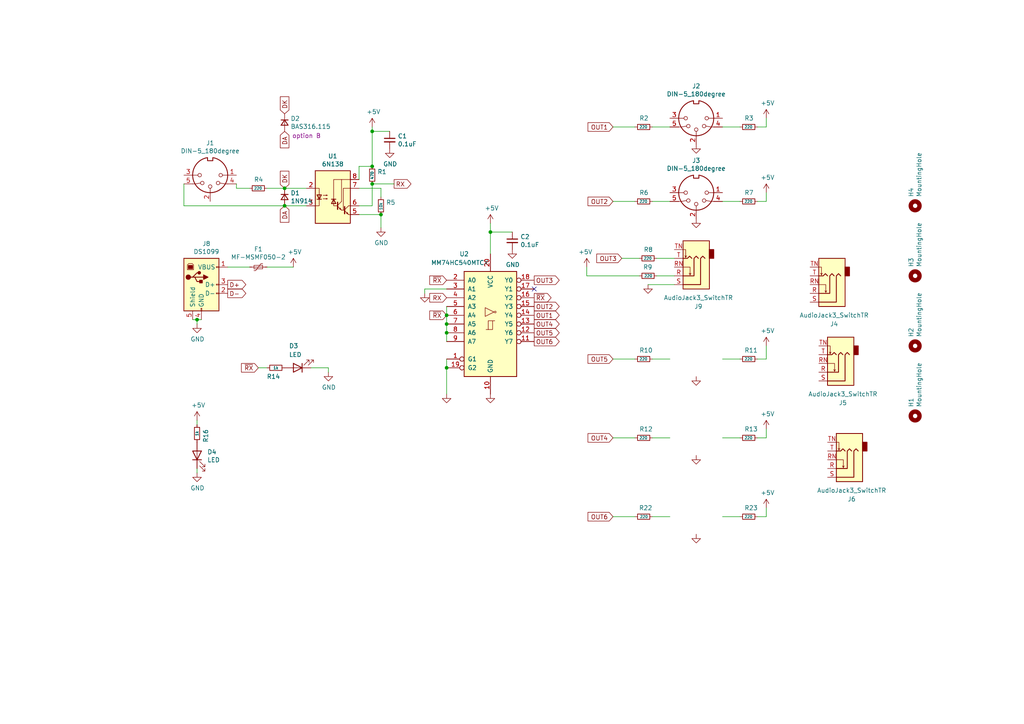
<source format=kicad_sch>
(kicad_sch (version 20230121) (generator eeschema)
  (paper "A4")
  (lib_symbols
    (symbol "74xx:74LS540" (pin_names (offset 1.016))
      (property "Reference" "U" (at -7.62 16.51 0))
      (property "Value" "74LS540" (at -7.62 -16.51 0))
      (symbol "74LS540_1_0"
        (polyline (pts (xy -0.635 -1.6002) (xy -0.635 0.9398) (xy 0.635 0.9398)))
        (polyline (pts (xy -1.27 -1.6002) (xy 0.635 -1.6002) (xy 0.635 0.9398) (xy 1.27 0.9398)))
        (polyline (pts (xy 1.016 3.4798) (xy -1.524 4.7498) (xy -1.524 2.2098) (xy 1.016 3.4798)) (stroke (width 0.1524)))
        (circle (center 1.397 3.4798) (radius 0.254) (stroke (width 0.1524)))
        (pin input inverted (at -12.7 -10.16 0) (length 5.08) (name "G1") (number "1"))
        (pin power_in line (at 0 -20.32 90) (length 5.08) (name "GND") (number "10"))
        (pin tri_state inverted (at 12.7 -5.08 180) (length 5.08) (name "Y7") (number "11"))
        (pin tri_state inverted (at 12.7 -2.54 180) (length 5.08) (name "Y6") (number "12"))
        (pin tri_state inverted (at 12.7 0 180) (length 5.08) (name "Y5") (number "13"))
        (pin tri_state inverted (at 12.7 2.54 180) (length 5.08) (name "Y4") (number "14"))
        (pin tri_state inverted (at 12.7 5.08 180) (length 5.08) (name "Y3") (number "15"))
        (pin tri_state inverted (at 12.7 7.62 180) (length 5.08) (name "Y2") (number "16"))
        (pin tri_state inverted (at 12.7 10.16 180) (length 5.08) (name "Y1") (number "17"))
        (pin tri_state inverted (at 12.7 12.7 180) (length 5.08) (name "Y0") (number "18"))
        (pin input inverted (at -12.7 -12.7 0) (length 5.08) (name "G2") (number "19"))
        (pin input line (at -12.7 12.7 0) (length 5.08) (name "A0") (number "2"))
        (pin power_in line (at 0 20.32 270) (length 5.08) (name "VCC") (number "20"))
        (pin input line (at -12.7 10.16 0) (length 5.08) (name "A1") (number "3"))
        (pin input line (at -12.7 7.62 0) (length 5.08) (name "A2") (number "4"))
        (pin input line (at -12.7 5.08 0) (length 5.08) (name "A3") (number "5"))
        (pin input line (at -12.7 2.54 0) (length 5.08) (name "A4") (number "6"))
        (pin input line (at -12.7 0 0) (length 5.08) (name "A5") (number "7"))
        (pin input line (at -12.7 -2.54 0) (length 5.08) (name "A6") (number "8"))
        (pin input line (at -12.7 -5.08 0) (length 5.08) (name "A7") (number "9"))
      )
      (symbol "74LS540_1_1"
        (rectangle (start -7.62 15.24) (end 7.62 -15.24) (stroke (width 0.254)) (fill (type background)))
      )
    )
    (symbol "Connector:DIN-5_180degree" (pin_names (offset 1.016))
      (property "Reference" "J" (at 3.175 5.715 0))
      (property "Value" "DIN-5_180degree" (at 0 -6.35 0))
      (symbol "DIN-5_180degree_0_1"
        (arc (start -5.08 0) (mid -3.8609 -3.3364) (end -0.762 -5.08) (stroke (width 0.254)))
        (circle (center -3.048 0) (radius 0.508))
        (circle (center -2.286 2.286) (radius 0.508))
        (polyline (pts (xy -5.08 0) (xy -3.556 0)))
        (polyline (pts (xy 0 5.08) (xy 0 3.81)))
        (polyline (pts (xy 5.08 0) (xy 3.556 0)))
        (polyline (pts (xy -5.08 2.54) (xy -4.318 2.54) (xy -2.794 2.286)))
        (polyline (pts (xy 5.08 2.54) (xy 4.318 2.54) (xy 2.794 2.286)))
        (polyline (pts (xy -0.762 -4.953) (xy -0.762 -4.191) (xy 0.762 -4.191) (xy 0.762 -4.953)) (stroke (width 0.254)))
        (circle (center 0 3.302) (radius 0.508))
        (arc (start 0.762 -5.08) (mid 3.8685 -3.343) (end 5.08 0) (stroke (width 0.254)))
        (circle (center 2.286 2.286) (radius 0.508))
        (circle (center 3.048 0) (radius 0.508))
        (arc (start 5.08 0) (mid 0 5.0579) (end -5.08 0) (stroke (width 0.254)))
      )
      (symbol "DIN-5_180degree_1_1"
        (pin passive line (at -7.62 0 0) (length 2.54) (name "~") (number "1"))
        (pin passive line (at 0 7.62 270) (length 2.54) (name "~") (number "2"))
        (pin passive line (at 7.62 0 180) (length 2.54) (name "~") (number "3"))
        (pin passive line (at -7.62 2.54 0) (length 2.54) (name "~") (number "4"))
        (pin passive line (at 7.62 2.54 180) (length 2.54) (name "~") (number "5"))
      )
    )
    (symbol "Connector:USB_B" (pin_names (offset 1.016))
      (property "Reference" "J" (at -5.08 11.43 0))
      (property "Value" "USB_B" (at -5.08 8.89 0))
      (symbol "USB_B_0_1"
        (rectangle (start -5.08 -7.62) (end 5.08 7.62) (stroke (width 0.254)) (fill (type background)))
        (circle (center -3.81 2.159) (radius 0.635) (stroke (width 0.254)) (fill (type outline)))
        (rectangle (start -3.81 5.588) (end -2.54 4.572) (fill (type outline)))
        (circle (center -0.635 3.429) (radius 0.381) (stroke (width 0.254)) (fill (type outline)))
        (rectangle (start -0.127 -7.62) (end 0.127 -6.858))
        (polyline (pts (xy -1.905 2.159) (xy 0.635 2.159)) (stroke (width 0.254)))
        (polyline (pts (xy -3.175 2.159) (xy -2.54 2.159) (xy -1.27 3.429) (xy -0.635 3.429)) (stroke (width 0.254)))
        (polyline (pts (xy -2.54 2.159) (xy -1.905 2.159) (xy -1.27 0.889) (xy 0 0.889)) (stroke (width 0.254)))
        (polyline (pts (xy 0.635 2.794) (xy 0.635 1.524) (xy 1.905 2.159) (xy 0.635 2.794)) (stroke (width 0.254)) (fill (type outline)))
        (polyline (pts (xy -4.064 4.318) (xy -2.286 4.318) (xy -2.286 5.715) (xy -2.667 6.096) (xy -3.683 6.096) (xy -4.064 5.715) (xy -4.064 4.318)))
        (rectangle (start 0.254 1.27) (end -0.508 0.508) (stroke (width 0.254)) (fill (type outline)))
        (rectangle (start 5.08 -2.667) (end 4.318 -2.413))
        (rectangle (start 5.08 -0.127) (end 4.318 0.127))
        (rectangle (start 5.08 4.953) (end 4.318 5.207))
      )
      (symbol "USB_B_1_1"
        (pin power_out line (at 7.62 5.08 180) (length 2.54) (name "VBUS") (number "1"))
        (pin bidirectional line (at 7.62 -2.54 180) (length 2.54) (name "D-") (number "2"))
        (pin bidirectional line (at 7.62 0 180) (length 2.54) (name "D+") (number "3"))
        (pin power_out line (at 0 -10.16 90) (length 2.54) (name "GND") (number "4"))
        (pin passive line (at -2.54 -10.16 90) (length 2.54) (name "Shield") (number "5"))
      )
    )
    (symbol "Connector_Audio:AudioJack3_SwitchTR"
      (property "Reference" "J" (at 0 8.89 0))
      (property "Value" "AudioJack3_SwitchTR" (at 0 6.35 0))
      (symbol "AudioJack3_SwitchTR_0_1"
        (rectangle (start -5.08 -5.08) (end -6.35 -7.62) (stroke (width 0.254)) (fill (type outline)))
        (polyline (pts (xy 0.508 -0.254) (xy 0.762 -0.762)))
        (polyline (pts (xy 1.778 -5.334) (xy 2.032 -5.842)))
        (polyline (pts (xy 0 -5.08) (xy 0.635 -5.715) (xy 1.27 -5.08) (xy 2.54 -5.08)) (stroke (width 0.254)))
        (polyline (pts (xy 2.54 -7.62) (xy 1.778 -7.62) (xy 1.778 -5.334) (xy 1.524 -5.842)))
        (polyline (pts (xy 2.54 -2.54) (xy 0.508 -2.54) (xy 0.508 -0.254) (xy 0.254 -0.762)))
        (polyline (pts (xy -1.905 -5.08) (xy -1.27 -5.715) (xy -0.635 -5.08) (xy -0.635 0) (xy 2.54 0)) (stroke (width 0.254)))
        (polyline (pts (xy 2.54 2.54) (xy -2.54 2.54) (xy -2.54 -5.08) (xy -3.175 -5.715) (xy -3.81 -5.08)) (stroke (width 0.254)))
        (rectangle (start 2.54 3.81) (end -5.08 -10.16) (stroke (width 0.254)) (fill (type background)))
      )
      (symbol "AudioJack3_SwitchTR_1_1"
        (pin passive line (at 5.08 0 180) (length 2.54) (name "~") (number "R"))
        (pin passive line (at 5.08 -2.54 180) (length 2.54) (name "~") (number "RN"))
        (pin passive line (at 5.08 2.54 180) (length 2.54) (name "~") (number "S"))
        (pin passive line (at 5.08 -5.08 180) (length 2.54) (name "~") (number "T"))
        (pin passive line (at 5.08 -7.62 180) (length 2.54) (name "~") (number "TN"))
      )
    )
    (symbol "Device:C_Small" (pin_numbers hide) (pin_names (offset 0.254) hide)
      (property "Reference" "C" (at 0.254 1.778 0))
      (property "Value" "C_Small" (at 0.254 -2.032 0))
      (symbol "C_Small_0_1"
        (polyline (pts (xy -1.524 -0.508) (xy 1.524 -0.508)) (stroke (width 0.3302)))
        (polyline (pts (xy -1.524 0.508) (xy 1.524 0.508)) (stroke (width 0.3048)))
      )
      (symbol "C_Small_1_1"
        (pin passive line (at 0 2.54 270) (length 2.032) (name "~") (number "1"))
        (pin passive line (at 0 -2.54 90) (length 2.032) (name "~") (number "2"))
      )
    )
    (symbol "Device:D_Small" (pin_numbers hide) (pin_names (offset 0.254) hide)
      (property "Reference" "D" (at -1.27 2.032 0))
      (property "Value" "D_Small" (at -3.81 -2.032 0))
      (symbol "D_Small_0_1"
        (polyline (pts (xy -0.762 -1.016) (xy -0.762 1.016)) (stroke (width 0.254)))
        (polyline (pts (xy -0.762 0) (xy 0.762 0)))
        (polyline (pts (xy 0.762 -1.016) (xy -0.762 0) (xy 0.762 1.016) (xy 0.762 -1.016)) (stroke (width 0.254)))
      )
      (symbol "D_Small_1_1"
        (pin passive line (at -2.54 0 0) (length 1.778) (name "K") (number "1"))
        (pin passive line (at 2.54 0 180) (length 1.778) (name "A") (number "2"))
      )
    )
    (symbol "Device:LED" (pin_numbers hide) (pin_names (offset 1.016) hide)
      (property "Reference" "D" (at 0 2.54 0))
      (property "Value" "LED" (at 0 -2.54 0))
      (symbol "LED_0_1"
        (polyline (pts (xy -1.27 -1.27) (xy -1.27 1.27)) (stroke (width 0.254)))
        (polyline (pts (xy -1.27 0) (xy 1.27 0)))
        (polyline (pts (xy 1.27 -1.27) (xy 1.27 1.27) (xy -1.27 0) (xy 1.27 -1.27)) (stroke (width 0.254)))
        (polyline (pts (xy -3.048 -0.762) (xy -4.572 -2.286) (xy -3.81 -2.286) (xy -4.572 -2.286) (xy -4.572 -1.524)))
        (polyline (pts (xy -1.778 -0.762) (xy -3.302 -2.286) (xy -2.54 -2.286) (xy -3.302 -2.286) (xy -3.302 -1.524)))
      )
      (symbol "LED_1_1"
        (pin passive line (at -3.81 0 0) (length 2.54) (name "K") (number "1"))
        (pin passive line (at 3.81 0 180) (length 2.54) (name "A") (number "2"))
      )
    )
    (symbol "Device:Polyfuse_Small" (pin_numbers hide) (pin_names (offset 0))
      (property "Reference" "F" (at -1.905 0 90))
      (property "Value" "Polyfuse_Small" (at 1.905 0 90))
      (symbol "Polyfuse_Small_0_1"
        (rectangle (start -0.508 1.27) (end 0.508 -1.27))
        (polyline (pts (xy 0 2.54) (xy 0 -2.54)))
        (polyline (pts (xy -1.016 1.27) (xy -1.016 0.762) (xy 1.016 -0.762) (xy 1.016 -1.27)))
      )
      (symbol "Polyfuse_Small_1_1"
        (pin passive line (at 0 2.54 270) (length 0.635) (name "~") (number "1"))
        (pin passive line (at 0 -2.54 90) (length 0.635) (name "~") (number "2"))
      )
    )
    (symbol "Device:R_Small" (pin_numbers hide) (pin_names (offset 0.254) hide)
      (property "Reference" "R" (at 0.762 0.508 0))
      (property "Value" "R_Small" (at 0.762 -1.016 0))
      (symbol "R_Small_0_1"
        (rectangle (start -0.762 1.778) (end 0.762 -1.778) (stroke (width 0.2032)))
      )
      (symbol "R_Small_1_1"
        (pin passive line (at 0 2.54 270) (length 0.762) (name "~") (number "1"))
        (pin passive line (at 0 -2.54 90) (length 0.762) (name "~") (number "2"))
      )
    )
    (symbol "Isolator:6N138" (pin_names (offset 1.016) hide)
      (property "Reference" "U" (at -4.064 8.89 0))
      (property "Value" "6N138" (at 2.286 8.89 0))
      (symbol "6N138_0_1"
        (rectangle (start -5.08 7.62) (end 5.08 -7.62) (stroke (width 0.254)) (fill (type background)))
        (polyline (pts (xy -4.572 -0.635) (xy -3.302 -0.635)) (stroke (width 0.254)))
        (polyline (pts (xy 0.889 -0.635) (xy -0.381 -0.635)) (stroke (width 0.254)))
        (polyline (pts (xy 1.397 -2.667) (xy 2.54 -3.81)))
        (polyline (pts (xy 1.397 -2.413) (xy 2.54 -1.27)))
        (polyline (pts (xy 2.54 -3.81) (xy 3.175 -3.81)))
        (polyline (pts (xy 3.429 -3.937) (xy 4.572 -5.08)))
        (polyline (pts (xy 3.429 -3.683) (xy 4.572 -2.54)))
        (polyline (pts (xy 4.572 -5.08) (xy 5.08 -5.08)))
        (polyline (pts (xy 4.572 -2.54) (xy 5.08 -2.54)))
        (polyline (pts (xy 1.397 -1.524) (xy 1.397 -3.556) (xy 1.397 -3.556)) (stroke (width 0.3556)))
        (polyline (pts (xy 2.54 -1.27) (xy 2.54 5.08) (xy 5.08 5.08)))
        (polyline (pts (xy 3.429 -2.794) (xy 3.429 -4.826) (xy 3.429 -4.826)) (stroke (width 0.3556)))
        (polyline (pts (xy 5.08 2.54) (xy 3.048 2.54) (xy 3.048 -3.81)))
        (polyline (pts (xy -5.08 -2.54) (xy -3.937 -2.54) (xy -3.937 2.54) (xy -5.08 2.54)))
        (polyline (pts (xy -3.937 -0.635) (xy -4.572 0.635) (xy -3.302 0.635) (xy -3.937 -0.635)) (stroke (width 0.254)))
        (polyline (pts (xy 0.254 -0.635) (xy 0.889 -1.905) (xy -0.381 -1.905) (xy 0.254 -0.635)) (stroke (width 0.254)))
        (polyline (pts (xy 1.27 -2.54) (xy 0.254 -2.54) (xy 0.254 5.08) (xy 2.54 5.08)))
        (polyline (pts (xy 2.413 -3.683) (xy 2.159 -3.175) (xy 1.905 -3.429) (xy 2.413 -3.683)))
        (polyline (pts (xy 4.445 -4.953) (xy 4.191 -4.445) (xy 3.937 -4.699) (xy 4.445 -4.953)))
        (polyline (pts (xy -2.794 -0.508) (xy -1.524 -0.508) (xy -1.905 -0.635) (xy -1.905 -0.381) (xy -1.524 -0.508)))
        (polyline (pts (xy -2.794 0.508) (xy -1.524 0.508) (xy -1.905 0.381) (xy -1.905 0.635) (xy -1.524 0.508)))
      )
      (symbol "6N138_1_1"
        (pin no_connect line (at -5.08 5.08 0) (length 2.54) hide (name "NC") (number "1"))
        (pin passive line (at -7.62 2.54 0) (length 2.54) (name "C1") (number "2"))
        (pin passive line (at -7.62 -2.54 0) (length 2.54) (name "C2") (number "3"))
        (pin no_connect line (at -5.08 -5.08 0) (length 2.54) hide (name "NC") (number "4"))
        (pin passive line (at 7.62 -5.08 180) (length 2.54) (name "GND") (number "5"))
        (pin passive line (at 7.62 -2.54 180) (length 2.54) (name "VO2") (number "6"))
        (pin passive line (at 7.62 2.54 180) (length 2.54) (name "VO1") (number "7"))
        (pin passive line (at 7.62 5.08 180) (length 2.54) (name "VCC") (number "8"))
      )
    )
    (symbol "Mechanical:MountingHole" (pin_names (offset 1.016))
      (property "Reference" "H" (at 0 5.08 0))
      (property "Value" "MountingHole" (at 0 3.175 0))
      (symbol "MountingHole_0_1"
        (circle (center 0 0) (radius 1.27) (stroke (width 1.27)))
      )
    )
    (symbol "power:+5V" (power) (pin_names (offset 0))
      (property "Value" "+5V" (at 0 3.556 0))
      (symbol "+5V_0_1"
        (polyline (pts (xy -0.762 1.27) (xy 0 2.54)))
        (polyline (pts (xy 0 0) (xy 0 2.54)))
        (polyline (pts (xy 0 2.54) (xy 0.762 1.27)))
      )
      (symbol "+5V_1_1"
        (pin power_in line (at 0 0 90) (length 0) hide (name "+5V") (number "1"))
      )
    )
    (symbol "power:GND" (power) (pin_names (offset 0))
      (property "Value" "GND" (at 0 -3.81 0))
      (symbol "GND_0_1"
        (polyline (pts (xy 0 0) (xy 0 -1.27) (xy 1.27 -1.27) (xy 0 -2.54) (xy -1.27 -1.27) (xy 0 -1.27)))
      )
      (symbol "GND_1_1"
        (pin power_in line (at 0 0 270) (length 0) hide (name "GND") (number "1"))
      )
    )
  )
  (junction (at 110.49 62.23))
  (junction (at 107.95 53.34))
  (junction (at 129.54 93.98))
  (junction (at 107.95 48.26))
  (junction (at 129.54 91.44))
  (junction (at 82.55 54.61))
  (junction (at 142.24 67.31))
  (junction (at 107.95 38.1))
  (junction (at 57.15 92.71))
  (junction (at 82.55 59.69))
  (junction (at 129.54 106.68))
  (junction (at 129.54 96.52))
  (no_connect (at 154.94 83.82))
  (wire (pts (xy 129.54 93.98) (xy 129.54 91.44)))
  (wire (pts (xy 129.54 91.44) (xy 129.54 88.9)))
  (wire (pts (xy 180.34 74.93) (xy 185.42 74.93)))
  (wire (pts (xy 88.9 54.61) (xy 82.55 54.61)))
  (wire (pts (xy 104.14 52.07) (xy 104.14 48.26)))
  (wire (pts (xy 222.25 127) (xy 222.25 124.46)))
  (wire (pts (xy 90.17 106.68) (xy 95.25 106.68)))
  (wire (pts (xy 214.63 104.14) (xy 209.55 104.14)))
  (wire (pts (xy 189.23 36.83) (xy 194.31 36.83)))
  (wire (pts (xy 129.54 104.14) (xy 129.54 106.68)))
  (wire (pts (xy 148.59 67.31) (xy 142.24 67.31)))
  (wire (pts (xy 123.19 83.82) (xy 123.19 85.09)))
  (wire (pts (xy 142.24 64.77) (xy 142.24 67.31)))
  (wire (pts (xy 53.34 59.69) (xy 82.55 59.69)))
  (wire (pts (xy 219.71 149.86) (xy 222.25 149.86)))
  (wire (pts (xy 177.8 149.86) (xy 184.15 149.86)))
  (wire (pts (xy 209.55 127) (xy 214.63 127)))
  (wire (pts (xy 189.23 58.42) (xy 194.31 58.42)))
  (wire (pts (xy 222.25 100.33) (xy 222.25 104.14)))
  (wire (pts (xy 177.8 36.83) (xy 184.15 36.83)))
  (wire (pts (xy 57.15 92.71) (xy 58.42 92.71)))
  (wire (pts (xy 57.15 93.98) (xy 57.15 92.71)))
  (wire (pts (xy 142.24 67.31) (xy 142.24 73.66)))
  (wire (pts (xy 189.23 149.86) (xy 194.31 149.86)))
  (wire (pts (xy 110.49 54.61) (xy 110.49 57.15)))
  (wire (pts (xy 74.93 106.68) (xy 77.47 106.68)))
  (wire (pts (xy 189.23 127) (xy 194.31 127)))
  (wire (pts (xy 219.71 58.42) (xy 222.25 58.42)))
  (wire (pts (xy 104.14 54.61) (xy 110.49 54.61)))
  (wire (pts (xy 129.54 96.52) (xy 129.54 93.98)))
  (wire (pts (xy 222.25 58.42) (xy 222.25 55.88)))
  (wire (pts (xy 113.03 38.1) (xy 107.95 38.1)))
  (wire (pts (xy 222.25 36.83) (xy 222.25 34.29)))
  (wire (pts (xy 77.47 77.47) (xy 85.09 77.47)))
  (wire (pts (xy 77.47 54.61) (xy 82.55 54.61)))
  (wire (pts (xy 104.14 48.26) (xy 107.95 48.26)))
  (wire (pts (xy 104.14 59.69) (xy 107.95 59.69)))
  (wire (pts (xy 129.54 106.68) (xy 129.54 114.3)))
  (wire (pts (xy 185.42 80.01) (xy 170.18 80.01)))
  (wire (pts (xy 107.95 36.83) (xy 107.95 38.1)))
  (wire (pts (xy 68.58 54.61) (xy 72.39 54.61)))
  (wire (pts (xy 107.95 38.1) (xy 107.95 48.26)))
  (wire (pts (xy 129.54 83.82) (xy 123.19 83.82)))
  (wire (pts (xy 95.25 106.68) (xy 95.25 107.95)))
  (wire (pts (xy 209.55 149.86) (xy 214.63 149.86)))
  (wire (pts (xy 177.8 104.14) (xy 184.15 104.14)))
  (wire (pts (xy 222.25 149.86) (xy 222.25 147.32)))
  (wire (pts (xy 107.95 59.69) (xy 107.95 53.34)))
  (wire (pts (xy 219.71 36.83) (xy 222.25 36.83)))
  (wire (pts (xy 209.55 58.42) (xy 214.63 58.42)))
  (wire (pts (xy 177.8 127) (xy 184.15 127)))
  (wire (pts (xy 57.15 121.92) (xy 57.15 123.19)))
  (wire (pts (xy 222.25 104.14) (xy 219.71 104.14)))
  (wire (pts (xy 129.54 99.06) (xy 129.54 96.52)))
  (wire (pts (xy 88.9 59.69) (xy 82.55 59.69)))
  (wire (pts (xy 194.31 104.14) (xy 189.23 104.14)))
  (wire (pts (xy 57.15 137.16) (xy 57.15 135.89)))
  (wire (pts (xy 187.96 82.55) (xy 195.58 82.55)))
  (wire (pts (xy 190.5 74.93) (xy 195.58 74.93)))
  (wire (pts (xy 195.58 80.01) (xy 190.5 80.01)))
  (wire (pts (xy 110.49 66.04) (xy 110.49 62.23)))
  (wire (pts (xy 66.04 77.47) (xy 72.39 77.47)))
  (wire (pts (xy 55.88 92.71) (xy 57.15 92.71)))
  (wire (pts (xy 68.58 53.34) (xy 68.58 54.61)))
  (wire (pts (xy 53.34 53.34) (xy 53.34 59.69)))
  (wire (pts (xy 104.14 62.23) (xy 110.49 62.23)))
  (wire (pts (xy 177.8 58.42) (xy 184.15 58.42)))
  (wire (pts (xy 209.55 36.83) (xy 214.63 36.83)))
  (wire (pts (xy 170.18 80.01) (xy 170.18 77.47)))
  (wire (pts (xy 219.71 127) (xy 222.25 127)))
  (wire (pts (xy 107.95 53.34) (xy 114.3 53.34)))
  (global_label "~{RX}" (shape input) (at 129.54 81.28 180) (property "Intersheetrefs" "${INTERSHEET_REFS}" (effects hide)))
  (global_label "OUT4" (shape input) (at 177.8 127 180) (property "Intersheetrefs" "${INTERSHEET_REFS}" (effects hide)))
  (global_label "D+" (shape output) (at 66.04 82.55 0) (property "Intersheetrefs" "${INTERSHEET_REFS}" (effects hide)))
  (global_label "DA" (shape input) (at 82.55 59.69 270) (property "Intersheetrefs" "${INTERSHEET_REFS}" (effects hide)))
  (global_label "OUT3" (shape input) (at 180.34 74.93 180) (property "Intersheetrefs" "${INTERSHEET_REFS}" (effects hide)))
  (global_label "OUT3" (shape output) (at 154.94 81.28 0) (property "Intersheetrefs" "${INTERSHEET_REFS}" (effects hide)))
  (global_label "OUT6" (shape input) (at 177.8 149.86 180) (property "Intersheetrefs" "${INTERSHEET_REFS}" (effects hide)))
  (global_label "~{RX}" (shape input) (at 74.93 106.68 180) (property "Intersheetrefs" "${INTERSHEET_REFS}" (effects hide)))
  (global_label "RX" (shape output) (at 114.3 53.34 0) (property "Intersheetrefs" "${INTERSHEET_REFS}" (effects hide)))
  (global_label "DA" (shape input) (at 82.55 38.1 270) (property "Intersheetrefs" "${INTERSHEET_REFS}" (effects hide)))
  (global_label "DK" (shape input) (at 82.55 33.02 90) (property "Intersheetrefs" "${INTERSHEET_REFS}" (effects hide)))
  (global_label "OUT5" (shape output) (at 154.94 96.52 0) (property "Intersheetrefs" "${INTERSHEET_REFS}" (effects hide)))
  (global_label "OUT4" (shape output) (at 154.94 93.98 0) (property "Intersheetrefs" "${INTERSHEET_REFS}" (effects hide)))
  (global_label "~{RX}" (shape input) (at 129.54 91.44 180) (property "Intersheetrefs" "${INTERSHEET_REFS}" (effects hide)))
  (global_label "DK" (shape input) (at 82.55 54.61 90) (property "Intersheetrefs" "${INTERSHEET_REFS}" (effects hide)))
  (global_label "OUT1" (shape input) (at 177.8 36.83 180) (property "Intersheetrefs" "${INTERSHEET_REFS}" (effects hide)))
  (global_label "OUT5" (shape input) (at 177.8 104.14 180) (property "Intersheetrefs" "${INTERSHEET_REFS}" (effects hide)))
  (global_label "D-" (shape output) (at 66.04 85.09 0) (property "Intersheetrefs" "${INTERSHEET_REFS}" (effects hide)))
  (global_label "~{RX}" (shape output) (at 154.94 86.36 0) (property "Intersheetrefs" "${INTERSHEET_REFS}" (effects hide)))
  (global_label "OUT6" (shape output) (at 154.94 99.06 0) (property "Intersheetrefs" "${INTERSHEET_REFS}" (effects hide)))
  (global_label "OUT2" (shape output) (at 154.94 88.9 0) (property "Intersheetrefs" "${INTERSHEET_REFS}" (effects hide)))
  (global_label "RX" (shape input) (at 129.54 86.36 180) (property "Intersheetrefs" "${INTERSHEET_REFS}" (effects hide)))
  (global_label "OUT2" (shape input) (at 177.8 58.42 180) (property "Intersheetrefs" "${INTERSHEET_REFS}" (effects hide)))
  (global_label "OUT1" (shape output) (at 154.94 91.44 0) (property "Intersheetrefs" "${INTERSHEET_REFS}" (effects hide)))
  (symbol (lib_id "Isolator:6N138") (at 96.52 57.15 0) (unit 1)
    (property "Reference" "U1" (at 96.52 45.2882 0))
    (property "Value" "6N138" (at 96.52 47.5996 0))
    (property "Footprint" "Package_DIP:DIP-8_W8.89mm_SMDSocket_LongPads" (effects hide))
    (property "Datasheet" "http://www.onsemi.com/pub/Collateral/HCPL2731-D.pdf" (effects hide))
  )
  (symbol (lib_id "Connector:DIN-5_180degree") (at 60.96 50.8 180) (unit 1)
    (property "Reference" "J1" (at 60.96 41.4782 0))
    (property "Value" "DIN-5_180degree" (at 60.96 43.7896 0))
    (property "Footprint" "lib:DIN5MIDI-OOTDTY" (effects hide))
    (property "Datasheet" "http://www.mouser.com/ds/2/18/40_c091_abd_e-75918.pdf" (effects hide))
  )
  (symbol (lib_id "Device:R_Small") (at 74.93 54.61 270) (unit 1)
    (property "Reference" "R4" (at 73.66 52.07 90) (effects (justify left)))
    (property "Value" "220" (at 73.66 54.61 90) (effects (font (size 0.7874 0.7874)) (justify left)))
    (property "Footprint" "Resistor_SMD:R_0805_2012Metric_Pad1.15x1.40mm_HandSolder" (effects hide))
  )
  (symbol (lib_id "Device:R_Small") (at 107.95 50.8 0) (unit 1)
    (property "Reference" "R1" (at 109.4486 49.8348 0) (effects (justify left)))
    (property "Value" "470" (at 107.95 52.07 90) (effects (font (size 0.7874 0.7874)) (justify left)))
    (property "Footprint" "Resistor_SMD:R_0805_2012Metric_Pad1.15x1.40mm_HandSolder" (effects hide))
  )
  (symbol (lib_id "Device:R_Small") (at 110.49 59.69 0) (unit 1)
    (property "Reference" "R5" (at 111.9886 58.7248 0) (effects (justify left)))
    (property "Value" "10k" (at 110.49 60.96 90) (effects (font (size 0.7874 0.7874)) (justify left)))
    (property "Footprint" "Resistor_SMD:R_0805_2012Metric_Pad1.15x1.40mm_HandSolder" (effects hide))
  )
  (symbol (lib_id "power:GND") (at 110.49 66.04 0) (unit 1)
    (property "Reference" "#PWR0101" (effects hide))
    (property "Value" "GND" (at 110.617 70.4342 0))
  )
  (symbol (lib_id "power:+5V") (at 107.95 36.83 0) (unit 1)
    (property "Reference" "#PWR0102" (effects hide))
    (property "Value" "+5V" (at 108.331 32.4358 0))
  )
  (symbol (lib_id "Device:D_Small") (at 82.55 57.15 270) (unit 1)
    (property "Reference" "D1" (at 84.2772 55.9816 90) (effects (justify left)))
    (property "Value" "1N914" (at 84.2772 58.293 90) (effects (justify left)))
    (property "Footprint" "Diode_THT:D_DO-34_SOD68_P7.62mm_Horizontal" (effects hide))
  )
  (symbol (lib_id "Connector:DIN-5_180degree") (at 201.93 34.29 180) (unit 1)
    (property "Reference" "J2" (at 201.93 24.9682 0))
    (property "Value" "DIN-5_180degree" (at 201.93 27.2796 0))
    (property "Footprint" "lib:DIN5MIDI-OOTDTY" (effects hide))
    (property "Datasheet" "http://www.mouser.com/ds/2/18/40_c091_abd_e-75918.pdf" (effects hide))
  )
  (symbol (lib_id "Connector:DIN-5_180degree") (at 201.93 55.88 180) (unit 1)
    (property "Reference" "J3" (at 201.93 46.5582 0))
    (property "Value" "DIN-5_180degree" (at 201.93 48.8696 0))
    (property "Footprint" "lib:DIN5MIDI-OOTDTY" (effects hide))
    (property "Datasheet" "http://www.mouser.com/ds/2/18/40_c091_abd_e-75918.pdf" (effects hide))
  )
  (symbol (lib_id "Device:R_Small") (at 186.69 36.83 270) (unit 1)
    (property "Reference" "R2" (at 185.42 34.29 90) (effects (justify left)))
    (property "Value" "220" (at 185.42 36.83 90) (effects (font (size 0.7874 0.7874)) (justify left)))
    (property "Footprint" "Resistor_SMD:R_0805_2012Metric_Pad1.15x1.40mm_HandSolder" (effects hide))
  )
  (symbol (lib_id "Device:R_Small") (at 217.17 36.83 270) (unit 1)
    (property "Reference" "R3" (at 215.9 34.29 90) (effects (justify left)))
    (property "Value" "220" (at 215.9 36.83 90) (effects (font (size 0.7874 0.7874)) (justify left)))
    (property "Footprint" "Resistor_SMD:R_0805_2012Metric_Pad1.15x1.40mm_HandSolder" (effects hide))
  )
  (symbol (lib_id "power:+5V") (at 222.25 34.29 0) (unit 1)
    (property "Reference" "#PWR0103" (effects hide))
    (property "Value" "+5V" (at 222.631 29.8958 0))
  )
  (symbol (lib_id "Device:R_Small") (at 186.69 58.42 270) (unit 1)
    (property "Reference" "R6" (at 185.42 55.88 90) (effects (justify left)))
    (property "Value" "220" (at 185.42 58.42 90) (effects (font (size 0.7874 0.7874)) (justify left)))
    (property "Footprint" "Resistor_SMD:R_0805_2012Metric_Pad1.15x1.40mm_HandSolder" (effects hide))
  )
  (symbol (lib_id "Device:R_Small") (at 217.17 58.42 270) (unit 1)
    (property "Reference" "R7" (at 215.9 55.88 90) (effects (justify left)))
    (property "Value" "220" (at 215.9 58.42 90) (effects (font (size 0.7874 0.7874)) (justify left)))
    (property "Footprint" "Resistor_SMD:R_0805_2012Metric_Pad1.15x1.40mm_HandSolder" (effects hide))
  )
  (symbol (lib_id "power:+5V") (at 222.25 55.88 0) (unit 1)
    (property "Reference" "#PWR0104" (effects hide))
    (property "Value" "+5V" (at 222.631 51.4858 0))
  )
  (symbol (lib_id "Device:R_Small") (at 187.96 74.93 270) (unit 1)
    (property "Reference" "R8" (at 186.69 72.39 90) (effects (justify left)))
    (property "Value" "220" (at 186.69 74.93 90) (effects (font (size 0.7874 0.7874)) (justify left)))
    (property "Footprint" "Resistor_SMD:R_0805_2012Metric_Pad1.15x1.40mm_HandSolder" (effects hide))
  )
  (symbol (lib_id "Device:R_Small") (at 187.96 80.01 90) (mirror x) (unit 1)
    (property "Reference" "R9" (at 189.23 77.47 90) (effects (justify left)))
    (property "Value" "220" (at 189.23 80.01 90) (effects (font (size 0.7874 0.7874)) (justify left)))
    (property "Footprint" "Resistor_SMD:R_0805_2012Metric_Pad1.15x1.40mm_HandSolder" (effects hide))
  )
  (symbol (lib_id "power:+5V") (at 170.18 77.47 0) (mirror y) (unit 1)
    (property "Reference" "#PWR0105" (effects hide))
    (property "Value" "+5V" (at 169.799 73.0758 0))
  )
  (symbol (lib_id "Device:R_Small") (at 186.69 104.14 270) (unit 1)
    (property "Reference" "R10" (at 185.42 101.6 90) (effects (justify left)))
    (property "Value" "220" (at 185.42 104.14 90) (effects (font (size 0.7874 0.7874)) (justify left)))
    (property "Footprint" "Resistor_SMD:R_0805_2012Metric_Pad1.15x1.40mm_HandSolder" (effects hide))
  )
  (symbol (lib_id "Device:C_Small") (at 113.03 40.64 0) (unit 1)
    (property "Reference" "C1" (at 115.3668 39.4716 0) (effects (justify left)))
    (property "Value" "0.1uF" (at 115.3668 41.783 0) (effects (justify left)))
    (property "Footprint" "Capacitor_SMD:C_0805_2012Metric_Pad1.15x1.40mm_HandSolder" (effects hide))
  )
  (symbol (lib_id "power:GND") (at 113.03 43.18 0) (unit 1)
    (property "Reference" "#PWR0106" (effects hide))
    (property "Value" "GND" (at 113.157 47.5742 0))
  )
  (symbol (lib_id "Device:C_Small") (at 148.59 69.85 0) (unit 1)
    (property "Reference" "C2" (at 150.9268 68.6816 0) (effects (justify left)))
    (property "Value" "0.1uF" (at 150.9268 70.993 0) (effects (justify left)))
    (property "Footprint" "Capacitor_SMD:C_0805_2012Metric_Pad1.15x1.40mm_HandSolder" (effects hide))
  )
  (symbol (lib_id "power:+5V") (at 142.24 64.77 0) (unit 1)
    (property "Reference" "#PWR0107" (effects hide))
    (property "Value" "+5V" (at 142.621 60.3758 0))
  )
  (symbol (lib_id "power:GND") (at 148.59 72.39 0) (unit 1)
    (property "Reference" "#PWR0108" (effects hide))
    (property "Value" "GND" (at 148.717 76.7842 0))
  )
  (symbol (lib_id "power:GND") (at 201.93 41.91 0) (unit 1)
    (property "Reference" "#PWR0110" (effects hide))
    (property "Value" "GND" (effects hide))
  )
  (symbol (lib_id "power:GND") (at 201.93 63.5 0) (unit 1)
    (property "Reference" "#PWR0111" (effects hide))
    (property "Value" "GND" (effects hide))
  )
  (symbol (lib_id "power:GND") (at 187.96 82.55 0) (unit 1)
    (property "Reference" "#PWR0112" (effects hide))
    (property "Value" "GND" (effects hide))
  )
  (symbol (lib_id "power:GND") (at 201.93 109.22 0) (unit 1)
    (property "Reference" "#PWR0113" (effects hide))
    (property "Value" "GND" (effects hide))
  )
  (symbol (lib_id "power:GND") (at 201.93 132.08 0) (unit 1)
    (property "Reference" "#PWR0114" (effects hide))
    (property "Value" "GND" (effects hide))
  )
  (symbol (lib_id "Device:R_Small") (at 186.69 127 270) (unit 1)
    (property "Reference" "R12" (at 185.42 124.46 90) (effects (justify left)))
    (property "Value" "220" (at 185.42 127 90) (effects (font (size 0.7874 0.7874)) (justify left)))
    (property "Footprint" "Resistor_SMD:R_0805_2012Metric_Pad1.15x1.40mm_HandSolder" (effects hide))
  )
  (symbol (lib_id "Device:R_Small") (at 217.17 104.14 270) (unit 1)
    (property "Reference" "R11" (at 215.9 101.6 90) (effects (justify left)))
    (property "Value" "220" (at 215.9 104.14 90) (effects (font (size 0.7874 0.7874)) (justify left)))
    (property "Footprint" "Resistor_SMD:R_0805_2012Metric_Pad1.15x1.40mm_HandSolder" (effects hide))
  )
  (symbol (lib_id "Device:R_Small") (at 217.17 127 270) (unit 1)
    (property "Reference" "R13" (at 215.9 124.46 90) (effects (justify left)))
    (property "Value" "220" (at 215.9 127 90) (effects (font (size 0.7874 0.7874)) (justify left)))
    (property "Footprint" "Resistor_SMD:R_0805_2012Metric_Pad1.15x1.40mm_HandSolder" (effects hide))
  )
  (symbol (lib_id "power:+5V") (at 222.25 100.33 0) (unit 1)
    (property "Reference" "#PWR0115" (effects hide))
    (property "Value" "+5V" (at 222.631 95.9358 0))
  )
  (symbol (lib_id "power:+5V") (at 222.25 124.46 0) (unit 1)
    (property "Reference" "#PWR0116" (effects hide))
    (property "Value" "+5V" (at 222.631 120.0658 0))
  )
  (symbol (lib_id "power:GND") (at 95.25 107.95 0) (unit 1)
    (property "Reference" "#PWR0125" (effects hide))
    (property "Value" "GND" (at 95.377 112.3442 0))
  )
  (symbol (lib_id "Device:R_Small") (at 80.01 106.68 90) (unit 1)
    (property "Reference" "R14" (at 81.28 109.22 90) (effects (justify left)))
    (property "Value" "1k" (at 80.01 106.68 90) (effects (font (size 0.7874 0.7874))))
    (property "Footprint" "Resistor_SMD:R_0805_2012Metric_Pad1.15x1.40mm_HandSolder" (effects hide))
  )
  (symbol (lib_id "Device:LED") (at 86.36 106.68 180) (unit 1)
    (property "Reference" "D3" (at 83.82 100.33 0) (effects (justify right)))
    (property "Value" "LED" (at 83.82 102.87 0) (effects (justify right)))
    (property "Footprint" "LED_THT:LED_D3.0mm_Horizontal_O1.27mm_Z10.0mm" (effects hide))
  )
  (symbol (lib_id "power:+5V") (at 57.15 121.92 0) (unit 1)
    (property "Reference" "#PWR0126" (effects hide))
    (property "Value" "+5V" (at 57.531 117.5258 0))
  )
  (symbol (lib_id "Device:R_Small") (at 57.15 125.73 180) (unit 1)
    (property "Reference" "R16" (at 59.69 124.46 90) (effects (justify left)))
    (property "Value" "1k" (at 57.15 125.73 90) (effects (font (size 0.7874 0.7874))))
    (property "Footprint" "Resistor_SMD:R_0805_2012Metric_Pad1.15x1.40mm_HandSolder" (effects hide))
  )
  (symbol (lib_id "Device:LED") (at 57.15 132.08 90) (unit 1)
    (property "Reference" "D4" (at 60.1218 131.0894 90) (effects (justify right)))
    (property "Value" "LED" (at 60.1218 133.4008 90) (effects (justify right)))
    (property "Footprint" "LED_THT:LED_D3.0mm_Horizontal_O1.27mm_Z6.0mm" (effects hide))
  )
  (symbol (lib_id "power:GND") (at 57.15 137.16 0) (unit 1)
    (property "Reference" "#PWR0127" (effects hide))
    (property "Value" "GND" (at 57.277 141.5542 0))
  )
  (symbol (lib_id "Mechanical:MountingHole") (at 265.43 120.65 90) (unit 1)
    (property "Reference" "H1" (at 264.2616 118.11 0) (effects (justify left)))
    (property "Value" "MountingHole" (at 266.573 118.11 0) (effects (justify left)))
    (property "Footprint" "MountingHole:MountingHole_2.7mm_M2.5_ISO14580" (effects hide))
  )
  (symbol (lib_id "Mechanical:MountingHole") (at 265.43 100.33 90) (unit 1)
    (property "Reference" "H2" (at 264.2616 97.79 0) (effects (justify left)))
    (property "Value" "MountingHole" (at 266.573 97.79 0) (effects (justify left)))
    (property "Footprint" "MountingHole:MountingHole_2.7mm_M2.5_ISO14580" (effects hide))
  )
  (symbol (lib_id "Mechanical:MountingHole") (at 265.43 80.01 90) (unit 1)
    (property "Reference" "H3" (at 264.2616 77.47 0) (effects (justify left)))
    (property "Value" "MountingHole" (at 266.573 77.47 0) (effects (justify left)))
    (property "Footprint" "MountingHole:MountingHole_2.7mm_M2.5_ISO14580" (effects hide))
  )
  (symbol (lib_id "Mechanical:MountingHole") (at 265.43 59.69 90) (unit 1)
    (property "Reference" "H4" (at 264.2616 57.15 0) (effects (justify left)))
    (property "Value" "MountingHole" (at 266.573 57.15 0) (effects (justify left)))
    (property "Footprint" "MountingHole:MountingHole_2.7mm_M2.5_ISO14580" (effects hide))
  )
  (symbol (lib_id "Connector:USB_B") (at 58.42 82.55 0) (unit 1)
    (property "Reference" "J8" (at 59.8678 70.6882 0))
    (property "Value" "DS1099" (at 59.8678 72.9996 0))
    (property "Footprint" "Connector_USB:USB_B_OST_USB-B1HSxx_Horizontal" (effects hide))
    (property "Datasheet" " ~" (effects hide))
  )
  (symbol (lib_id "Device:Polyfuse_Small") (at 74.93 77.47 270) (unit 1)
    (property "Reference" "F1" (at 74.93 72.263 90))
    (property "Value" "MF-MSMF050-2" (at 74.93 74.5744 90))
    (property "Footprint" "Fuse:Fuse_1812_4532Metric_Pad1.30x3.40mm_HandSolder" (effects hide))
  )
  (symbol (lib_id "power:GND") (at 57.15 93.98 0) (unit 1)
    (property "Reference" "#PWR0128" (effects hide))
    (property "Value" "GND" (at 57.277 98.3742 0))
  )
  (symbol (lib_id "power:GND") (at 201.93 154.94 0) (unit 1)
    (property "Reference" "#PWR0134" (effects hide))
    (property "Value" "GND" (effects hide))
  )
  (symbol (lib_id "Device:R_Small") (at 186.69 149.86 90) (unit 1)
    (property "Reference" "R22" (at 189.23 147.32 90) (effects (justify left)))
    (property "Value" "220" (at 187.96 149.86 90) (effects (font (size 0.7874 0.7874)) (justify left)))
    (property "Footprint" "Resistor_SMD:R_0805_2012Metric_Pad1.20x1.40mm_HandSolder" (effects hide))
  )
  (symbol (lib_id "Device:R_Small") (at 217.17 149.86 270) (unit 1)
    (property "Reference" "R23" (at 215.9 147.32 90) (effects (justify left)))
    (property "Value" "220" (at 215.9 149.86 90) (effects (font (size 0.7874 0.7874)) (justify left)))
    (property "Footprint" "Resistor_SMD:R_0805_2012Metric_Pad1.20x1.40mm_HandSolder" (effects hide))
  )
  (symbol (lib_id "power:+5V") (at 222.25 147.32 0) (unit 1)
    (property "Reference" "#PWR0135" (effects hide))
    (property "Value" "+5V" (at 222.631 142.9258 0))
  )
  (symbol (lib_id "74xx:74LS540") (at 142.24 93.98 0) (unit 1)
    (property "Reference" "U2" (at 134.62 73.66 0))
    (property "Value" "MM74HC540MTCX" (at 133.35 76.2 0))
    (property "Footprint" "Package_SO:TSSOP-20_4.4x6.5mm_P0.65mm" (effects hide))
    (property "Datasheet" "http://www.ti.com/lit/gpn/sn74LS540" (effects hide))
  )
  (symbol (lib_id "Device:D_Small") (at 82.55 35.56 270) (unit 1)
    (property "Reference" "D2" (at 84.2772 34.3916 90) (effects (justify left)))
    (property "Value" "BAS316.115" (at 84.2772 36.703 90) (effects (justify left)))
    (property "Footprint" "Diode_SMD:D_SOD-323_HandSoldering" (effects hide))
    (property "Field4" "option B" (at 88.9 39.37 90))
  )
  (symbol (lib_id "power:GND") (at 142.24 114.3 0) (unit 1)
    (property "Reference" "#PWR0109" (effects hide))
    (property "Value" "GND" (effects hide))
  )
  (symbol (lib_id "power:GND") (at 129.54 114.3 0) (unit 1)
    (property "Reference" "#PWR0117" (effects hide))
    (property "Value" "GND" (effects hide))
  )
  (symbol (lib_id "power:GND") (at 123.19 85.09 0) (unit 1)
    (property "Reference" "#PWR0119" (effects hide))
    (property "Value" "GND" (effects hide))
  )
  (symbol (lib_id "power:+5V") (at 85.09 77.47 0) (unit 1)
    (property "Reference" "#PWR0118" (effects hide))
    (property "Value" "+5V" (at 85.471 73.0758 0))
  )
  (symbol (lib_id "Connector_Audio:AudioJack3_SwitchTR") (at 200.66 80.01 180) (unit 1)
    (property "Reference" "J9" (at 202.565 88.9 0))
    (property "Value" "AudioJack3_SwitchTR" (at 202.565 86.36 0))
    (property "Footprint" "Connector_Audio:Jack_3.5mm_CUI_SJ1-3535NG_Horizontal" (effects hide))
  )
  (symbol (lib_id "Connector_Audio:AudioJack3_SwitchTR") (at 240.03 85.09 180) (unit 1)
    (property "Reference" "J4" (at 241.935 93.98 0))
    (property "Value" "AudioJack3_SwitchTR" (at 241.935 91.44 0))
    (property "Footprint" "Connector_Audio:Jack_3.5mm_CUI_SJ1-3535NG_Horizontal" (effects hide))
  )
  (symbol (lib_id "Connector_Audio:AudioJack3_SwitchTR") (at 245.11 135.89 180) (unit 1)
    (property "Reference" "J6" (at 247.015 144.78 0))
    (property "Value" "AudioJack3_SwitchTR" (at 247.015 142.24 0))
    (property "Footprint" "Connector_Audio:Jack_3.5mm_CUI_SJ1-3535NG_Horizontal" (effects hide))
  )
  (symbol (lib_id "Connector_Audio:AudioJack3_SwitchTR") (at 242.57 107.95 180) (unit 1)
    (property "Reference" "J5" (at 244.475 116.84 0))
    (property "Value" "AudioJack3_SwitchTR" (at 244.475 114.3 0))
    (property "Footprint" "Connector_Audio:Jack_3.5mm_CUI_SJ1-3535NG_Horizontal" (effects hide))
  )
)
</source>
